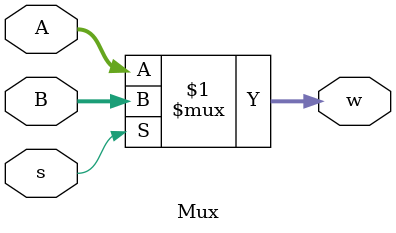
<source format=v>
module Mux#(parameter b=9)(input [b-1:0]A,B,input s,output [b-1:0]w);
  assign w=s?B:A;
endmodule



</source>
